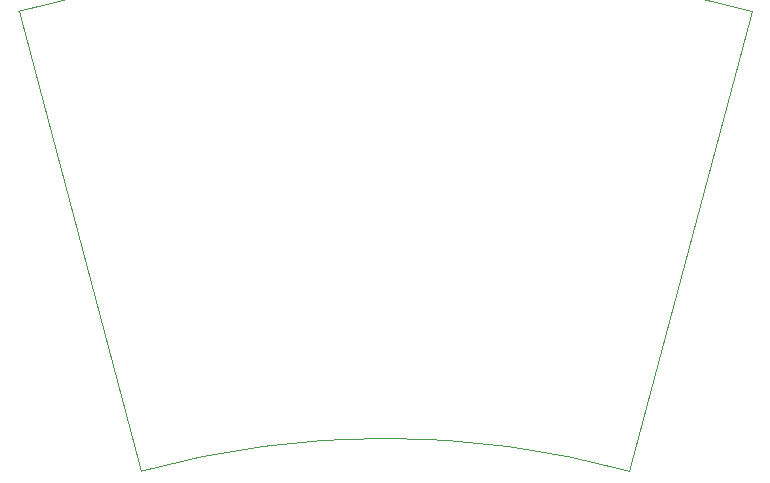
<source format=gbr>
%TF.GenerationSoftware,KiCad,Pcbnew,(6.0.0)*%
%TF.CreationDate,2022-01-04T16:27:54+01:00*%
%TF.ProjectId,SurfaceCoil_PCB_Brace,53757266-6163-4654-936f-696c5f504342,rev?*%
%TF.SameCoordinates,Original*%
%TF.FileFunction,Profile,NP*%
%FSLAX46Y46*%
G04 Gerber Fmt 4.6, Leading zero omitted, Abs format (unit mm)*
G04 Created by KiCad (PCBNEW (6.0.0)) date 2022-01-04 16:27:54*
%MOMM*%
%LPD*%
G01*
G04 APERTURE LIST*
%TA.AperFunction,Profile*%
%ADD10C,0.050000*%
%TD*%
G04 APERTURE END LIST*
D10*
X166952500Y-104476391D02*
X177328101Y-65544230D01*
X166952500Y-104476391D02*
G75*
G03*
X125647499Y-104476389I-20652504J-75144147D01*
G01*
X177328101Y-65544230D02*
G75*
G03*
X115257500Y-65546392I-31031180J-118306098D01*
G01*
X125647499Y-104476389D02*
X115257500Y-65546392D01*
M02*

</source>
